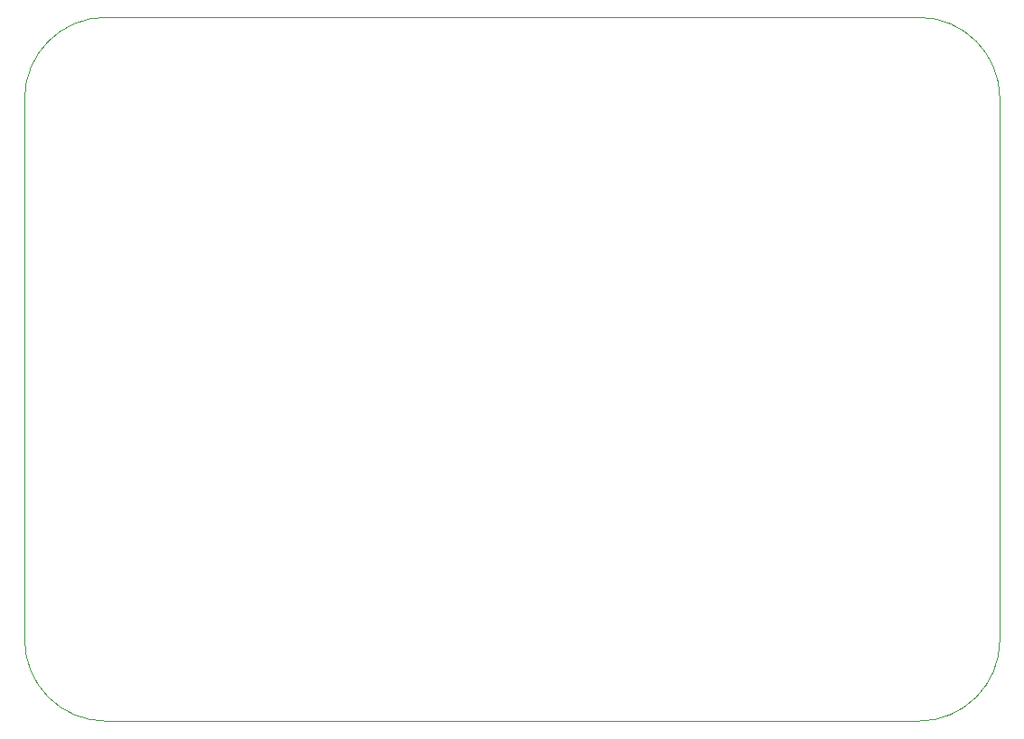
<source format=gbr>
From 751e664a28892fd92694abf3d821d068013e9453 Mon Sep 17 00:00:00 2001
From: Blaise Thompson <blaise@untzag.com>
Date: Mon, 8 Mar 2021 13:21:37 -0600
Subject: initial commit

---
 gerber/weather-Edge_Cuts.gbr | 46 ++++++++++++++++++++++++++++++++++++++++++++
 1 file changed, 46 insertions(+)
 create mode 100644 gerber/weather-Edge_Cuts.gbr

(limited to 'gerber/weather-Edge_Cuts.gbr')

diff --git a/gerber/weather-Edge_Cuts.gbr b/gerber/weather-Edge_Cuts.gbr
new file mode 100644
index 0000000..2a23d3d
--- /dev/null
+++ b/gerber/weather-Edge_Cuts.gbr
@@ -0,0 +1,46 @@
+%TF.GenerationSoftware,KiCad,Pcbnew,5.1.8+dfsg1-1+b1*%
+%TF.CreationDate,2020-12-29T15:19:21-06:00*%
+%TF.ProjectId,weather,77656174-6865-4722-9e6b-696361645f70,1.1.0*%
+%TF.SameCoordinates,Original*%
+%TF.FileFunction,Profile,NP*%
+%FSLAX46Y46*%
+G04 Gerber Fmt 4.6, Leading zero omitted, Abs format (unit mm)*
+G04 Created by KiCad (PCBNEW 5.1.8+dfsg1-1+b1) date 2020-12-29 15:19:21*
+%MOMM*%
+%LPD*%
+G01*
+G04 APERTURE LIST*
+%TA.AperFunction,Profile*%
+%ADD10C,0.050000*%
+%TD*%
+G04 APERTURE END LIST*
+D10*
+X50800000Y-109220000D02*
+X127000000Y-109220000D01*
+X43180000Y-50800000D02*
+X43180000Y-101600000D01*
+X127000000Y-43180000D02*
+X50800000Y-43180000D01*
+X134620000Y-50800000D02*
+X134620000Y-101600000D01*
+X134620000Y-101600000D02*
+G75*
+G02*
+X127000000Y-109220000I-7620000J0D01*
+G01*
+X50800000Y-109220000D02*
+G75*
+G02*
+X43180000Y-101600000I0J7620000D01*
+G01*
+X43180000Y-50800000D02*
+G75*
+G02*
+X50800000Y-43180000I7620000J0D01*
+G01*
+X127000000Y-43180000D02*
+G75*
+G02*
+X134620000Y-50800000I0J-7620000D01*
+G01*
+M02*
-- 
cgit v1.2.3


</source>
